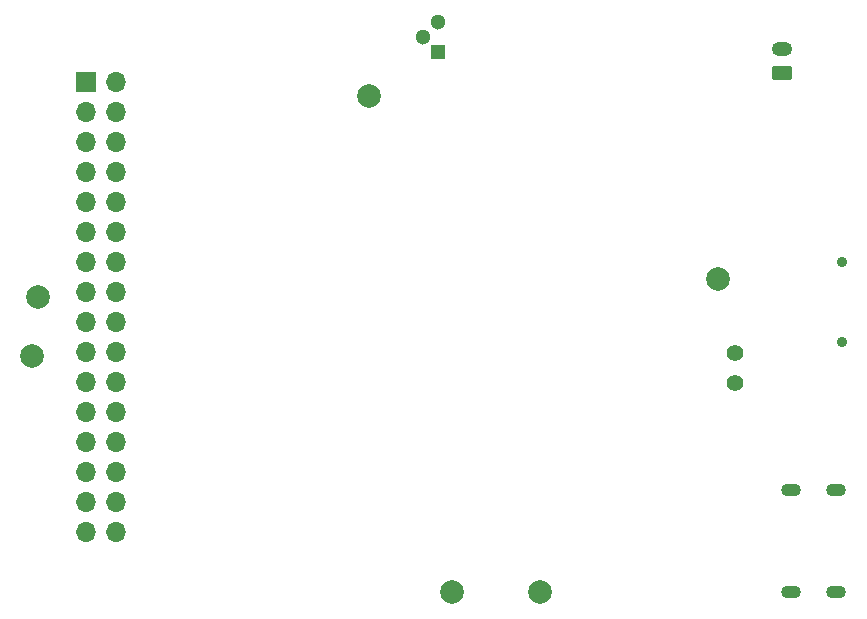
<source format=gbr>
%TF.GenerationSoftware,KiCad,Pcbnew,9.0.0*%
%TF.CreationDate,2025-03-28T01:08:05+02:00*%
%TF.ProjectId,MM,4d4d2e6b-6963-4616-945f-706362585858,rev?*%
%TF.SameCoordinates,Original*%
%TF.FileFunction,Soldermask,Bot*%
%TF.FilePolarity,Negative*%
%FSLAX46Y46*%
G04 Gerber Fmt 4.6, Leading zero omitted, Abs format (unit mm)*
G04 Created by KiCad (PCBNEW 9.0.0) date 2025-03-28 01:08:05*
%MOMM*%
%LPD*%
G01*
G04 APERTURE LIST*
G04 Aperture macros list*
%AMRoundRect*
0 Rectangle with rounded corners*
0 $1 Rounding radius*
0 $2 $3 $4 $5 $6 $7 $8 $9 X,Y pos of 4 corners*
0 Add a 4 corners polygon primitive as box body*
4,1,4,$2,$3,$4,$5,$6,$7,$8,$9,$2,$3,0*
0 Add four circle primitives for the rounded corners*
1,1,$1+$1,$2,$3*
1,1,$1+$1,$4,$5*
1,1,$1+$1,$6,$7*
1,1,$1+$1,$8,$9*
0 Add four rect primitives between the rounded corners*
20,1,$1+$1,$2,$3,$4,$5,0*
20,1,$1+$1,$4,$5,$6,$7,0*
20,1,$1+$1,$6,$7,$8,$9,0*
20,1,$1+$1,$8,$9,$2,$3,0*%
G04 Aperture macros list end*
%ADD10C,0.900000*%
%ADD11R,1.300000X1.300000*%
%ADD12C,1.300000*%
%ADD13C,2.000000*%
%ADD14O,1.700000X1.100000*%
%ADD15RoundRect,0.250000X0.625000X-0.350000X0.625000X0.350000X-0.625000X0.350000X-0.625000X-0.350000X0*%
%ADD16O,1.750000X1.200000*%
%ADD17C,1.400000*%
%ADD18R,1.700000X1.700000*%
%ADD19O,1.700000X1.700000*%
G04 APERTURE END LIST*
D10*
%TO.C,ToggleSwitch1*%
X193000000Y-86800000D03*
X193000000Y-80000000D03*
%TD*%
D11*
%TO.C,Q1*%
X158860000Y-62270000D03*
D12*
X157590000Y-61000000D03*
X158860000Y-59730000D03*
%TD*%
D13*
%TO.C,TP36*%
X153000000Y-66000000D03*
%TD*%
%TO.C,TP34*%
X160000000Y-108000000D03*
%TD*%
D14*
%TO.C,J3*%
X188700000Y-108000000D03*
X192500000Y-108000000D03*
X188700000Y-99360000D03*
X192500000Y-99360000D03*
%TD*%
D15*
%TO.C,JST1*%
X188000000Y-64000000D03*
D16*
X188000000Y-62000000D03*
%TD*%
D13*
%TO.C,TP3*%
X124500000Y-88000000D03*
%TD*%
%TO.C,TP7*%
X167500000Y-108000000D03*
%TD*%
D17*
%TO.C,JP1*%
X184000000Y-90250000D03*
X184000000Y-87710000D03*
%TD*%
D13*
%TO.C,TP2*%
X125000000Y-83000000D03*
%TD*%
D18*
%TO.C,J1*%
X129000000Y-64760000D03*
D19*
X131540000Y-64760000D03*
X129000000Y-67300000D03*
X131540000Y-67300000D03*
X129000000Y-69840000D03*
X131540000Y-69840000D03*
X129000000Y-72380000D03*
X131540000Y-72380000D03*
X129000000Y-74920000D03*
X131540000Y-74920000D03*
X129000000Y-77460000D03*
X131540000Y-77460000D03*
X129000000Y-80000000D03*
X131540000Y-80000000D03*
X129000000Y-82540000D03*
X131540000Y-82540000D03*
X129000000Y-85080000D03*
X131540000Y-85080000D03*
X129000000Y-87620000D03*
X131540000Y-87620000D03*
X129000000Y-90160000D03*
X131540000Y-90160000D03*
X129000000Y-92700000D03*
X131540000Y-92700000D03*
X129000000Y-95240000D03*
X131540000Y-95240000D03*
X129000000Y-97780000D03*
X131540000Y-97780000D03*
X129000000Y-100320000D03*
X131540000Y-100320000D03*
X129000000Y-102860000D03*
X131540000Y-102860000D03*
%TD*%
D13*
%TO.C,TP1*%
X182500000Y-81500000D03*
%TD*%
M02*

</source>
